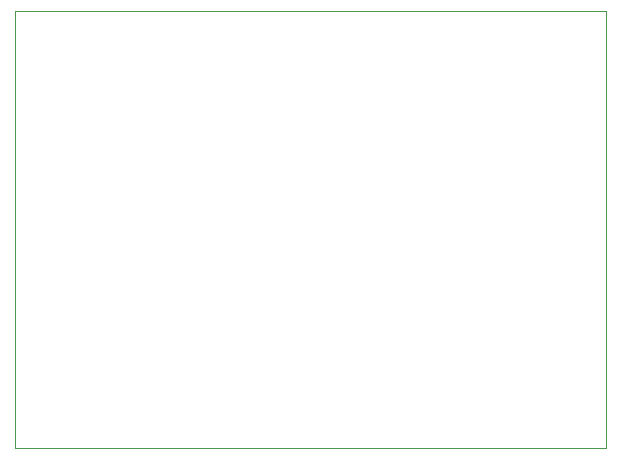
<source format=gbr>
%TF.GenerationSoftware,KiCad,Pcbnew,7.0.7*%
%TF.CreationDate,2024-12-30T17:22:27+01:00*%
%TF.ProjectId,Movement5037,4d6f7665-6d65-46e7-9435-3033372e6b69,rev?*%
%TF.SameCoordinates,Original*%
%TF.FileFunction,Profile,NP*%
%FSLAX46Y46*%
G04 Gerber Fmt 4.6, Leading zero omitted, Abs format (unit mm)*
G04 Created by KiCad (PCBNEW 7.0.7) date 2024-12-30 17:22:27*
%MOMM*%
%LPD*%
G01*
G04 APERTURE LIST*
%TA.AperFunction,Profile*%
%ADD10C,0.100000*%
%TD*%
G04 APERTURE END LIST*
D10*
X67000000Y-63000000D02*
X117000000Y-63000000D01*
X117000000Y-100000000D01*
X67000000Y-100000000D01*
X67000000Y-63000000D01*
M02*

</source>
